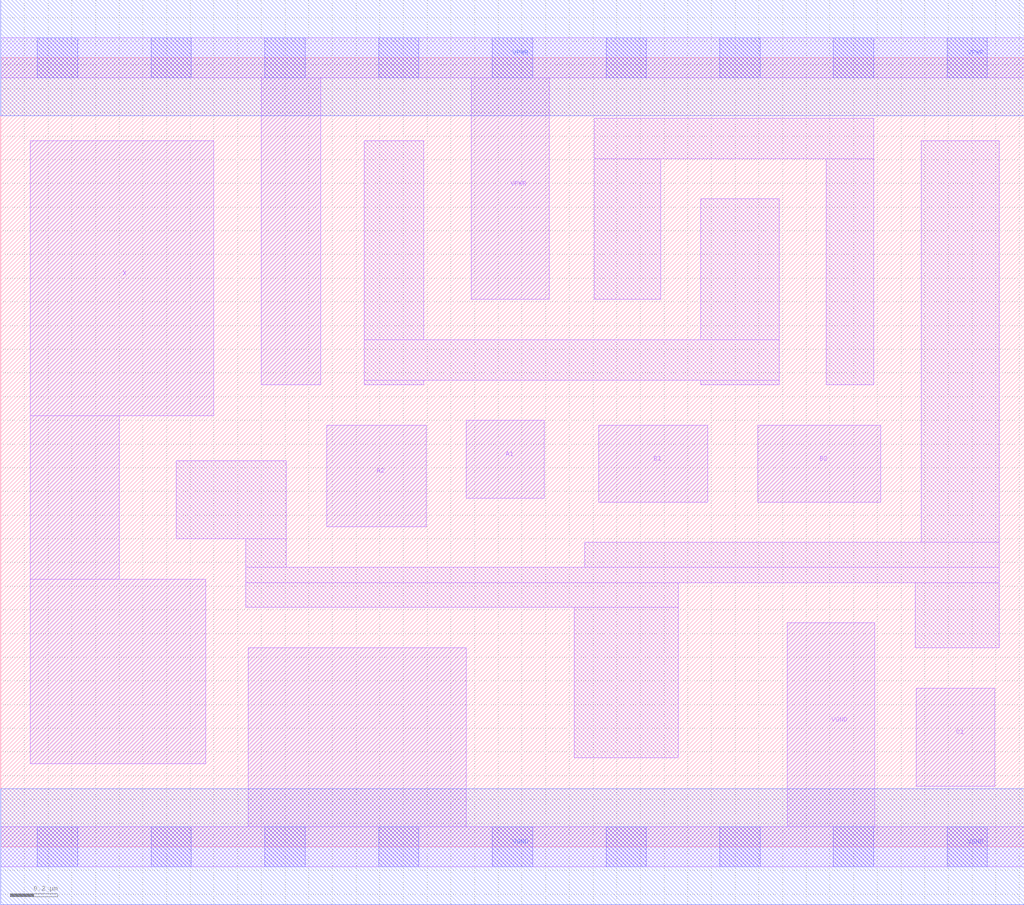
<source format=lef>
# Copyright 2020 The SkyWater PDK Authors
#
# Licensed under the Apache License, Version 2.0 (the "License");
# you may not use this file except in compliance with the License.
# You may obtain a copy of the License at
#
#     https://www.apache.org/licenses/LICENSE-2.0
#
# Unless required by applicable law or agreed to in writing, software
# distributed under the License is distributed on an "AS IS" BASIS,
# WITHOUT WARRANTIES OR CONDITIONS OF ANY KIND, either express or implied.
# See the License for the specific language governing permissions and
# limitations under the License.
#
# SPDX-License-Identifier: Apache-2.0

VERSION 5.7 ;
  NAMESCASESENSITIVE ON ;
  NOWIREEXTENSIONATPIN ON ;
  DIVIDERCHAR "/" ;
  BUSBITCHARS "[]" ;
UNITS
  DATABASE MICRONS 200 ;
END UNITS
MACRO sky130_fd_sc_hs__a221o_1
  CLASS CORE ;
  SOURCE USER ;
  FOREIGN sky130_fd_sc_hs__a221o_1 ;
  ORIGIN  0.000000  0.000000 ;
  SIZE  4.320000 BY  3.330000 ;
  SYMMETRY X Y ;
  SITE unit ;
  PIN A1
    ANTENNAGATEAREA  0.246000 ;
    DIRECTION INPUT ;
    USE SIGNAL ;
    PORT
      LAYER li1 ;
        RECT 1.965000 1.470000 2.295000 1.800000 ;
    END
  END A1
  PIN A2
    ANTENNAGATEAREA  0.246000 ;
    DIRECTION INPUT ;
    USE SIGNAL ;
    PORT
      LAYER li1 ;
        RECT 1.375000 1.350000 1.795000 1.780000 ;
    END
  END A2
  PIN B1
    ANTENNAGATEAREA  0.246000 ;
    DIRECTION INPUT ;
    USE SIGNAL ;
    PORT
      LAYER li1 ;
        RECT 2.525000 1.455000 2.985000 1.780000 ;
    END
  END B1
  PIN B2
    ANTENNAGATEAREA  0.246000 ;
    DIRECTION INPUT ;
    USE SIGNAL ;
    PORT
      LAYER li1 ;
        RECT 3.195000 1.455000 3.715000 1.780000 ;
    END
  END B2
  PIN C1
    ANTENNAGATEAREA  0.246000 ;
    DIRECTION INPUT ;
    USE SIGNAL ;
    PORT
      LAYER li1 ;
        RECT 3.865000 0.255000 4.195000 0.670000 ;
    END
  END C1
  PIN X
    ANTENNADIFFAREA  0.504100 ;
    DIRECTION OUTPUT ;
    USE SIGNAL ;
    PORT
      LAYER li1 ;
        RECT 0.125000 0.350000 0.865000 1.130000 ;
        RECT 0.125000 1.130000 0.500000 1.820000 ;
        RECT 0.125000 1.820000 0.900000 2.980000 ;
    END
  END X
  PIN VGND
    DIRECTION INOUT ;
    USE GROUND ;
    PORT
      LAYER li1 ;
        RECT 0.000000 -0.085000 4.320000 0.085000 ;
        RECT 1.045000  0.085000 1.965000 0.840000 ;
        RECT 3.320000  0.085000 3.690000 0.945000 ;
      LAYER mcon ;
        RECT 0.155000 -0.085000 0.325000 0.085000 ;
        RECT 0.635000 -0.085000 0.805000 0.085000 ;
        RECT 1.115000 -0.085000 1.285000 0.085000 ;
        RECT 1.595000 -0.085000 1.765000 0.085000 ;
        RECT 2.075000 -0.085000 2.245000 0.085000 ;
        RECT 2.555000 -0.085000 2.725000 0.085000 ;
        RECT 3.035000 -0.085000 3.205000 0.085000 ;
        RECT 3.515000 -0.085000 3.685000 0.085000 ;
        RECT 3.995000 -0.085000 4.165000 0.085000 ;
      LAYER met1 ;
        RECT 0.000000 -0.245000 4.320000 0.245000 ;
    END
  END VGND
  PIN VPWR
    DIRECTION INOUT ;
    USE POWER ;
    PORT
      LAYER li1 ;
        RECT 0.000000 3.245000 4.320000 3.415000 ;
        RECT 1.100000 1.950000 1.350000 3.245000 ;
        RECT 1.985000 2.310000 2.315000 3.245000 ;
      LAYER mcon ;
        RECT 0.155000 3.245000 0.325000 3.415000 ;
        RECT 0.635000 3.245000 0.805000 3.415000 ;
        RECT 1.115000 3.245000 1.285000 3.415000 ;
        RECT 1.595000 3.245000 1.765000 3.415000 ;
        RECT 2.075000 3.245000 2.245000 3.415000 ;
        RECT 2.555000 3.245000 2.725000 3.415000 ;
        RECT 3.035000 3.245000 3.205000 3.415000 ;
        RECT 3.515000 3.245000 3.685000 3.415000 ;
        RECT 3.995000 3.245000 4.165000 3.415000 ;
      LAYER met1 ;
        RECT 0.000000 3.085000 4.320000 3.575000 ;
    END
  END VPWR
  OBS
    LAYER li1 ;
      RECT 0.740000 1.300000 1.205000 1.630000 ;
      RECT 1.035000 1.010000 2.860000 1.115000 ;
      RECT 1.035000 1.115000 4.215000 1.180000 ;
      RECT 1.035000 1.180000 1.205000 1.300000 ;
      RECT 1.535000 1.950000 1.785000 1.970000 ;
      RECT 1.535000 1.970000 3.285000 2.140000 ;
      RECT 1.535000 2.140000 1.785000 2.980000 ;
      RECT 2.420000 0.375000 2.860000 1.010000 ;
      RECT 2.465000 1.180000 4.215000 1.285000 ;
      RECT 2.505000 2.310000 2.785000 2.905000 ;
      RECT 2.505000 2.905000 3.685000 3.075000 ;
      RECT 2.955000 1.950000 3.285000 1.970000 ;
      RECT 2.955000 2.140000 3.285000 2.735000 ;
      RECT 3.485000 1.950000 3.685000 2.905000 ;
      RECT 3.860000 0.840000 4.215000 1.115000 ;
      RECT 3.885000 1.285000 4.215000 2.980000 ;
  END
END sky130_fd_sc_hs__a221o_1

</source>
